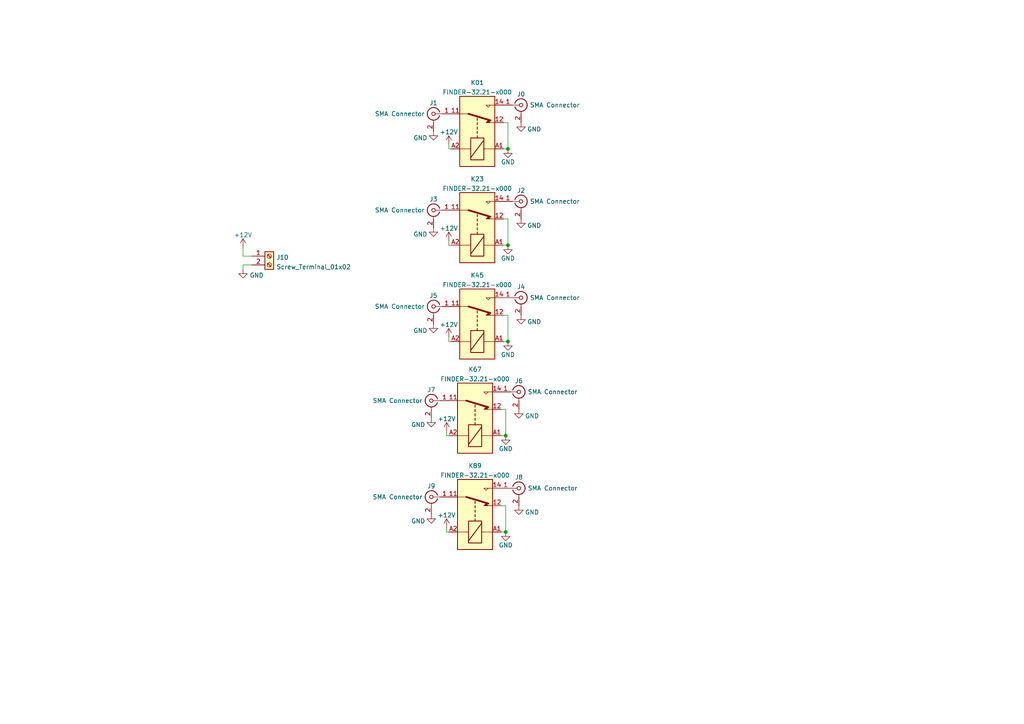
<source format=kicad_sch>
(kicad_sch (version 20211123) (generator eeschema)
  (paper "A4")
  (lib_symbols
    (symbol "Connector:Conn_Coaxial" (pin_names (offset 1.016) hide)
      (property "Reference" "J" (at 0.254 3.048 0))
      (property "Value" "SMA Connector" (at 2.921 0 90))
      (symbol "Conn_Coaxial_0_1"
        (arc (start -1.778 -0.508) (mid 0.222 -1.808) (end 1.778 0) (stroke (width 0.254)))
        (polyline (pts (xy -2.54 0) (xy -0.508 0)))
        (polyline (pts (xy 0 -2.54) (xy 0 -1.778)))
        (circle (center 0 0) (radius 0.508) (stroke (width 0.2032)))
        (arc (start 1.778 0) (mid 0.222 1.8083) (end -1.778 0.508) (stroke (width 0.254)))
      )
      (symbol "Conn_Coaxial_1_1"
        (pin passive line (at -5.08 0 0) (length 2.54) (name "In") (number "1"))
        (pin passive line (at 0 -5.08 90) (length 2.54) (name "Ext") (number "2"))
      )
    )
    (symbol "Connector:Screw_Terminal_01x02" (pin_names (offset 1.016) hide)
      (property "Reference" "J" (at 0 2.54 0))
      (property "Value" "Screw_Terminal_01x02" (at 0 -5.08 0))
      (symbol "Screw_Terminal_01x02_1_1"
        (rectangle (start -1.27 1.27) (end 1.27 -3.81) (stroke (width 0.254)) (fill (type background)))
        (circle (center 0 -2.54) (radius 0.635) (stroke (width 0.1524)))
        (polyline (pts (xy -0.5334 -2.2098) (xy 0.3302 -3.048)) (stroke (width 0.1524)))
        (polyline (pts (xy -0.5334 0.3302) (xy 0.3302 -0.508)) (stroke (width 0.1524)))
        (polyline (pts (xy -0.3556 -2.032) (xy 0.508 -2.8702)) (stroke (width 0.1524)))
        (polyline (pts (xy -0.3556 0.508) (xy 0.508 -0.3302)) (stroke (width 0.1524)))
        (circle (center 0 0) (radius 0.635) (stroke (width 0.1524)))
        (pin passive line (at -5.08 0 0) (length 3.81) (name "Pin_1") (number "1"))
        (pin passive line (at -5.08 -2.54 0) (length 3.81) (name "Pin_2") (number "2"))
      )
    )
    (symbol "Relay:FINDER-32.21-x000"
      (property "Reference" "K" (at 11.43 3.81 0))
      (property "Value" "FINDER-32.21-x000" (at 11.43 1.27 0))
      (symbol "FINDER-32.21-x000_0_0"
        (polyline (pts (xy 2.54 5.08) (xy 2.54 2.54) (xy 3.175 3.175) (xy 2.54 3.81)) (fill (type outline)))
        (polyline (pts (xy 7.62 5.08) (xy 7.62 2.54) (xy 6.985 3.175) (xy 7.62 3.81)))
      )
      (symbol "FINDER-32.21-x000_0_1"
        (rectangle (start -10.16 5.08) (end 10.16 -5.08) (stroke (width 0.254)) (fill (type background)))
        (rectangle (start -8.255 1.905) (end -1.905 -1.905) (stroke (width 0.254)))
        (polyline (pts (xy -7.62 -1.905) (xy -2.54 1.905)) (stroke (width 0.254)))
        (polyline (pts (xy -5.08 -5.08) (xy -5.08 -1.905)))
        (polyline (pts (xy -5.08 5.08) (xy -5.08 1.905)))
        (polyline (pts (xy -1.905 0) (xy -1.27 0)) (stroke (width 0.254)))
        (polyline (pts (xy -0.635 0) (xy 0 0)) (stroke (width 0.254)))
        (polyline (pts (xy 0.635 0) (xy 1.27 0)) (stroke (width 0.254)))
        (polyline (pts (xy 1.905 0) (xy 2.54 0)) (stroke (width 0.254)))
        (polyline (pts (xy 3.175 0) (xy 3.81 0)) (stroke (width 0.254)))
        (polyline (pts (xy 5.08 -2.54) (xy 3.175 3.81)) (stroke (width 0.508)))
        (polyline (pts (xy 5.08 -2.54) (xy 5.08 -5.08)))
      )
      (symbol "FINDER-32.21-x000_1_1"
        (pin passive line (at 5.08 -7.62 90) (length 2.54) (name "~") (number "11"))
        (pin passive line (at 2.54 7.62 270) (length 2.54) (name "~") (number "12"))
        (pin passive line (at 7.62 7.62 270) (length 2.54) (name "~") (number "14"))
        (pin passive line (at -5.08 7.62 270) (length 2.54) (name "~") (number "A1"))
        (pin passive line (at -5.08 -7.62 90) (length 2.54) (name "~") (number "A2"))
      )
    )
    (symbol "power:+12V" (power) (pin_names (offset 0))
      (property "Value" "+12V" (at 0 3.556 0))
      (symbol "+12V_0_1"
        (polyline (pts (xy -0.762 1.27) (xy 0 2.54)))
        (polyline (pts (xy 0 0) (xy 0 2.54)))
        (polyline (pts (xy 0 2.54) (xy 0.762 1.27)))
      )
      (symbol "+12V_1_1"
        (pin power_in line (at 0 0 90) (length 0) hide (name "+12V") (number "1"))
      )
    )
    (symbol "power:GND" (power) (pin_names (offset 0))
      (property "Value" "GND" (at 0 -3.81 0))
      (symbol "GND_0_1"
        (polyline (pts (xy 0 0) (xy 0 -1.27) (xy 1.27 -1.27) (xy 0 -2.54) (xy -1.27 -1.27) (xy 0 -1.27)))
      )
      (symbol "GND_1_1"
        (pin power_in line (at 0 0 270) (length 0) hide (name "GND") (number "1"))
      )
    )
  )
  (junction (at 146.685 126.365))
  (junction (at 147.32 71.12))
  (junction (at 146.685 154.305))
  (junction (at 147.32 43.18))
  (junction (at 147.32 99.06))
  (wire (pts (xy 146.05 99.06) (xy 147.32 99.06)))
  (wire (pts (xy 146.685 146.685) (xy 146.685 154.305)))
  (wire (pts (xy 73.025 74.295) (xy 70.485 74.295)))
  (wire (pts (xy 129.54 154.305) (xy 130.175 154.305)))
  (wire (pts (xy 129.54 125.095) (xy 129.54 126.365)))
  (wire (pts (xy 146.05 43.18) (xy 147.32 43.18)))
  (wire (pts (xy 145.415 118.745) (xy 146.685 118.745)))
  (wire (pts (xy 147.32 35.56) (xy 147.32 43.18)))
  (wire (pts (xy 146.05 71.12) (xy 147.32 71.12)))
  (wire (pts (xy 145.415 146.685) (xy 146.685 146.685)))
  (wire (pts (xy 146.685 118.745) (xy 146.685 126.365)))
  (wire (pts (xy 70.485 71.755) (xy 70.485 74.295)))
  (wire (pts (xy 147.32 63.5) (xy 147.32 71.12)))
  (wire (pts (xy 146.05 35.56) (xy 147.32 35.56)))
  (wire (pts (xy 129.54 126.365) (xy 130.175 126.365)))
  (wire (pts (xy 130.175 69.85) (xy 130.175 71.12)))
  (wire (pts (xy 130.175 97.79) (xy 130.175 99.06)))
  (wire (pts (xy 130.175 99.06) (xy 130.81 99.06)))
  (wire (pts (xy 145.415 126.365) (xy 146.685 126.365)))
  (wire (pts (xy 145.415 154.305) (xy 146.685 154.305)))
  (wire (pts (xy 70.485 76.835) (xy 70.485 78.105)))
  (wire (pts (xy 130.175 41.91) (xy 130.175 43.18)))
  (wire (pts (xy 130.175 43.18) (xy 130.81 43.18)))
  (wire (pts (xy 146.05 63.5) (xy 147.32 63.5)))
  (wire (pts (xy 147.32 91.44) (xy 147.32 99.06)))
  (wire (pts (xy 129.54 153.035) (xy 129.54 154.305)))
  (wire (pts (xy 146.05 91.44) (xy 147.32 91.44)))
  (wire (pts (xy 73.025 76.835) (xy 70.485 76.835)))
  (wire (pts (xy 130.175 71.12) (xy 130.81 71.12)))
  (symbol (lib_id "Connector:Conn_Coaxial") (at 125.73 88.9 0) (mirror y) (unit 1)
    (property "Reference" "J5" (at 125.73 85.725 0))
    (property "Value" "SMA Connector" (at 123.19 88.9 0) (effects (justify left)))
    (property "Footprint" "Connector_Coaxial:SMA_Amphenol_132134-11_Vertical" (effects hide))
    (property "Datasheet" " ~" (effects hide))
  )
  (symbol (lib_id "power:GND") (at 125.095 121.285 0) (unit 1)
    (property "Reference" "#PWR014" (effects hide))
    (property "Value" "GND" (at 121.285 123.19 0))
  )
  (symbol (lib_id "power:GND") (at 147.32 43.18 0) (unit 1)
    (property "Reference" "#PWR04" (effects hide))
    (property "Value" "GND" (at 147.32 46.99 0))
  )
  (symbol (lib_id "Connector:Conn_Coaxial") (at 150.495 113.665 0) (unit 1)
    (property "Reference" "J6" (at 150.495 110.49 0))
    (property "Value" "SMA Connector" (at 153.035 113.665 0) (effects (justify left)))
    (property "Footprint" "Connector_Coaxial:SMA_Amphenol_132134-11_Vertical" (effects hide))
    (property "Datasheet" " ~" (effects hide))
  )
  (symbol (lib_id "power:GND") (at 147.32 71.12 0) (unit 1)
    (property "Reference" "#PWR08" (effects hide))
    (property "Value" "GND" (at 147.32 74.93 0))
  )
  (symbol (lib_id "power:+12V") (at 130.175 97.79 0) (unit 1)
    (property "Reference" "#PWR011" (effects hide))
    (property "Value" "+12V" (at 130.175 94.1855 0))
  )
  (symbol (lib_id "power:GND") (at 70.485 78.105 0) (unit 1)
    (property "Reference" "#PWR022" (effects hide))
    (property "Value" "GND" (at 72.39 79.854 0) (effects (justify left)))
  )
  (symbol (lib_id "power:GND") (at 150.495 118.745 0) (mirror y) (unit 1)
    (property "Reference" "#PWR013" (effects hide))
    (property "Value" "GND" (at 154.305 120.65 0))
  )
  (symbol (lib_id "power:GND") (at 125.73 38.1 0) (unit 1)
    (property "Reference" "#PWR02" (effects hide))
    (property "Value" "GND" (at 121.92 40.005 0))
  )
  (symbol (lib_id "Connector:Conn_Coaxial") (at 125.73 60.96 0) (mirror y) (unit 1)
    (property "Reference" "J3" (at 125.73 57.785 0))
    (property "Value" "SMA Connector" (at 123.19 60.96 0) (effects (justify left)))
    (property "Footprint" "Connector_Coaxial:SMA_Amphenol_132134-11_Vertical" (effects hide))
    (property "Datasheet" " ~" (effects hide))
  )
  (symbol (lib_id "power:+12V") (at 129.54 153.035 0) (unit 1)
    (property "Reference" "#PWR019" (effects hide))
    (property "Value" "+12V" (at 129.54 149.4305 0))
  )
  (symbol (lib_id "power:GND") (at 147.32 99.06 0) (unit 1)
    (property "Reference" "#PWR012" (effects hide))
    (property "Value" "GND" (at 147.32 102.87 0))
  )
  (symbol (lib_id "power:+12V") (at 130.175 69.85 0) (unit 1)
    (property "Reference" "#PWR07" (effects hide))
    (property "Value" "+12V" (at 130.175 66.2455 0))
  )
  (symbol (lib_id "Connector:Conn_Coaxial") (at 150.495 141.605 0) (unit 1)
    (property "Reference" "J8" (at 150.495 138.43 0))
    (property "Value" "SMA Connector" (at 153.035 141.605 0) (effects (justify left)))
    (property "Footprint" "Connector_Coaxial:SMA_Amphenol_132134-11_Vertical" (effects hide))
    (property "Datasheet" " ~" (effects hide))
  )
  (symbol (lib_id "Relay:FINDER-32.21-x000") (at 137.795 149.225 270) (mirror x) (unit 1)
    (property "Reference" "K89" (at 137.795 135.0985 90))
    (property "Value" "FINDER-32.21-x000" (at 137.795 137.8736 90))
    (property "Footprint" "Relay_THT:Relay_SPDT_Finder_32.21-x000" (effects hide))
    (property "Datasheet" "https://gfinder.findernet.com/assets/Series/355/S32EN.pdf" (effects hide))
  )
  (symbol (lib_id "power:GND") (at 151.13 35.56 0) (mirror y) (unit 1)
    (property "Reference" "#PWR01" (effects hide))
    (property "Value" "GND" (at 154.94 37.465 0))
  )
  (symbol (lib_id "Relay:FINDER-32.21-x000") (at 138.43 93.98 270) (mirror x) (unit 1)
    (property "Reference" "K45" (at 138.43 79.8535 90))
    (property "Value" "FINDER-32.21-x000" (at 138.43 82.6286 90))
    (property "Footprint" "Relay_THT:Relay_SPDT_Finder_32.21-x000" (effects hide))
    (property "Datasheet" "https://gfinder.findernet.com/assets/Series/355/S32EN.pdf" (effects hide))
  )
  (symbol (lib_id "power:GND") (at 146.685 126.365 0) (unit 1)
    (property "Reference" "#PWR016" (effects hide))
    (property "Value" "GND" (at 146.685 130.175 0))
  )
  (symbol (lib_id "power:GND") (at 151.13 63.5 0) (mirror y) (unit 1)
    (property "Reference" "#PWR05" (effects hide))
    (property "Value" "GND" (at 154.94 65.405 0))
  )
  (symbol (lib_id "Relay:FINDER-32.21-x000") (at 137.795 121.285 270) (mirror x) (unit 1)
    (property "Reference" "K67" (at 137.795 107.1585 90))
    (property "Value" "FINDER-32.21-x000" (at 137.795 109.9336 90))
    (property "Footprint" "Relay_THT:Relay_SPDT_Finder_32.21-x000" (effects hide))
    (property "Datasheet" "https://gfinder.findernet.com/assets/Series/355/S32EN.pdf" (effects hide))
  )
  (symbol (lib_id "Connector:Conn_Coaxial") (at 125.095 144.145 0) (mirror y) (unit 1)
    (property "Reference" "J9" (at 125.095 140.97 0))
    (property "Value" "SMA Connector" (at 122.555 144.145 0) (effects (justify left)))
    (property "Footprint" "Connector_Coaxial:SMA_Amphenol_132134-11_Vertical" (effects hide))
    (property "Datasheet" " ~" (effects hide))
  )
  (symbol (lib_id "Connector:Conn_Coaxial") (at 151.13 58.42 0) (unit 1)
    (property "Reference" "J2" (at 151.13 55.245 0))
    (property "Value" "SMA Connector" (at 153.67 58.42 0) (effects (justify left)))
    (property "Footprint" "Connector_Coaxial:SMA_Amphenol_132134-11_Vertical" (effects hide))
    (property "Datasheet" " ~" (effects hide))
  )
  (symbol (lib_id "Connector:Conn_Coaxial") (at 151.13 30.48 0) (unit 1)
    (property "Reference" "J0" (at 151.13 27.305 0))
    (property "Value" "SMA Connector" (at 153.67 30.48 0) (effects (justify left)))
    (property "Footprint" "Connector_Coaxial:SMA_Amphenol_132134-11_Vertical" (effects hide))
    (property "Datasheet" " ~" (effects hide))
  )
  (symbol (lib_id "power:GND") (at 125.095 149.225 0) (unit 1)
    (property "Reference" "#PWR018" (effects hide))
    (property "Value" "GND" (at 121.285 151.13 0))
  )
  (symbol (lib_id "Connector:Screw_Terminal_01x02") (at 78.105 74.295 0) (unit 1)
    (property "Reference" "J10" (at 80.137 74.6565 0) (effects (justify left)))
    (property "Value" "Screw_Terminal_01x02" (at 80.137 77.4316 0) (effects (justify left)))
    (property "Footprint" "TerminalBlock_Phoenix:TerminalBlock_Phoenix_MKDS-1,5-2_1x02_P5.00mm_Horizontal" (effects hide))
  )
  (symbol (lib_id "power:+12V") (at 70.485 71.755 0) (unit 1)
    (property "Reference" "#PWR021" (effects hide))
    (property "Value" "+12V" (at 70.485 68.1505 0))
  )
  (symbol (lib_id "power:GND") (at 150.495 146.685 0) (mirror y) (unit 1)
    (property "Reference" "#PWR017" (effects hide))
    (property "Value" "GND" (at 154.305 148.59 0))
  )
  (symbol (lib_id "power:+12V") (at 129.54 125.095 0) (unit 1)
    (property "Reference" "#PWR015" (effects hide))
    (property "Value" "+12V" (at 129.54 121.4905 0))
  )
  (symbol (lib_id "Connector:Conn_Coaxial") (at 151.13 86.36 0) (unit 1)
    (property "Reference" "J4" (at 151.13 83.185 0))
    (property "Value" "SMA Connector" (at 153.67 86.36 0) (effects (justify left)))
    (property "Footprint" "Connector_Coaxial:SMA_Amphenol_132134-11_Vertical" (effects hide))
    (property "Datasheet" " ~" (effects hide))
  )
  (symbol (lib_id "power:GND") (at 151.13 91.44 0) (mirror y) (unit 1)
    (property "Reference" "#PWR09" (effects hide))
    (property "Value" "GND" (at 154.94 93.345 0))
  )
  (symbol (lib_id "Connector:Conn_Coaxial") (at 125.095 116.205 0) (mirror y) (unit 1)
    (property "Reference" "J7" (at 125.095 113.03 0))
    (property "Value" "SMA Connector" (at 122.555 116.205 0) (effects (justify left)))
    (property "Footprint" "Connector_Coaxial:SMA_Amphenol_132134-11_Vertical" (effects hide))
    (property "Datasheet" " ~" (effects hide))
  )
  (symbol (lib_id "power:+12V") (at 130.175 41.91 0) (unit 1)
    (property "Reference" "#PWR03" (effects hide))
    (property "Value" "+12V" (at 130.175 38.3055 0))
  )
  (symbol (lib_id "power:GND") (at 146.685 154.305 0) (unit 1)
    (property "Reference" "#PWR020" (effects hide))
    (property "Value" "GND" (at 146.685 158.115 0))
  )
  (symbol (lib_id "power:GND") (at 125.73 93.98 0) (unit 1)
    (property "Reference" "#PWR010" (effects hide))
    (property "Value" "GND" (at 121.92 95.885 0))
  )
  (symbol (lib_id "power:GND") (at 125.73 66.04 0) (unit 1)
    (property "Reference" "#PWR06" (effects hide))
    (property "Value" "GND" (at 121.92 67.945 0))
  )
  (symbol (lib_id "Relay:FINDER-32.21-x000") (at 138.43 38.1 270) (mirror x) (unit 1)
    (property "Reference" "K01" (at 138.43 23.9735 90))
    (property "Value" "FINDER-32.21-x000" (at 138.43 26.7486 90))
    (property "Footprint" "Relay_THT:Relay_SPDT_Finder_32.21-x000" (effects hide))
    (property "Datasheet" "https://gfinder.findernet.com/assets/Series/355/S32EN.pdf" (effects hide))
  )
  (symbol (lib_id "Connector:Conn_Coaxial") (at 125.73 33.02 0) (mirror y) (unit 1)
    (property "Reference" "J1" (at 125.73 29.845 0))
    (property "Value" "SMA Connector" (at 123.19 33.02 0) (effects (justify left)))
    (property "Footprint" "Connector_Coaxial:SMA_Amphenol_132134-11_Vertical" (effects hide))
    (property "Datasheet" " ~" (effects hide))
  )
  (symbol (lib_id "Relay:FINDER-32.21-x000") (at 138.43 66.04 270) (mirror x) (unit 1)
    (property "Reference" "K23" (at 138.43 51.9135 90))
    (property "Value" "FINDER-32.21-x000" (at 138.43 54.6886 90))
    (property "Footprint" "Relay_THT:Relay_SPDT_Finder_32.21-x000" (effects hide))
    (property "Datasheet" "https://gfinder.findernet.com/assets/Series/355/S32EN.pdf" (effects hide))
  )
)
</source>
